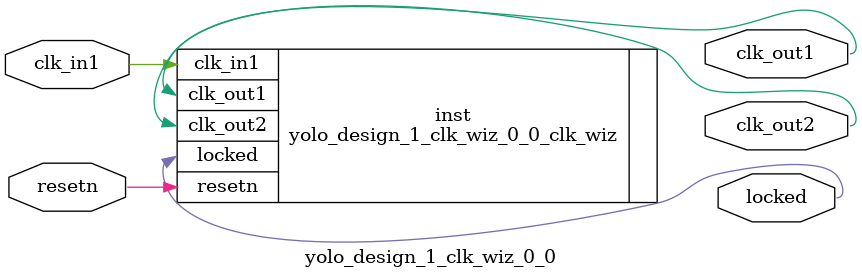
<source format=v>


`timescale 1ps/1ps

(* CORE_GENERATION_INFO = "yolo_design_1_clk_wiz_0_0,clk_wiz_v6_0_13_0_0,{component_name=yolo_design_1_clk_wiz_0_0,use_phase_alignment=true,use_min_o_jitter=false,use_max_i_jitter=false,use_dyn_phase_shift=false,use_inclk_switchover=false,use_dyn_reconfig=false,enable_axi=0,feedback_source=FDBK_AUTO,PRIMITIVE=MMCM,num_out_clk=2,clkin1_period=10.000,clkin2_period=10.000,use_power_down=false,use_reset=true,use_locked=true,use_inclk_stopped=false,feedback_type=SINGLE,CLOCK_MGR_TYPE=NA,manual_override=false}" *)

module yolo_design_1_clk_wiz_0_0 
 (
  // Clock out ports
  output        clk_out1,
  output        clk_out2,
  // Status and control signals
  input         resetn,
  output        locked,
 // Clock in ports
  input         clk_in1
 );

  yolo_design_1_clk_wiz_0_0_clk_wiz inst
  (
  // Clock out ports  
  .clk_out1(clk_out1),
  .clk_out2(clk_out2),
  // Status and control signals               
  .resetn(resetn), 
  .locked(locked),
 // Clock in ports
  .clk_in1(clk_in1)
  );

endmodule

</source>
